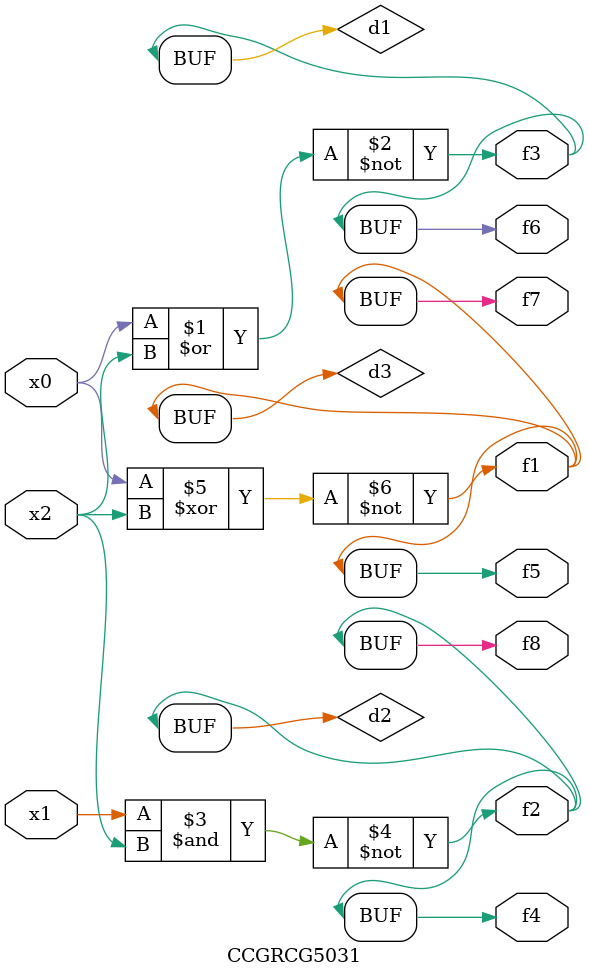
<source format=v>
module CCGRCG5031(
	input x0, x1, x2,
	output f1, f2, f3, f4, f5, f6, f7, f8
);

	wire d1, d2, d3;

	nor (d1, x0, x2);
	nand (d2, x1, x2);
	xnor (d3, x0, x2);
	assign f1 = d3;
	assign f2 = d2;
	assign f3 = d1;
	assign f4 = d2;
	assign f5 = d3;
	assign f6 = d1;
	assign f7 = d3;
	assign f8 = d2;
endmodule

</source>
